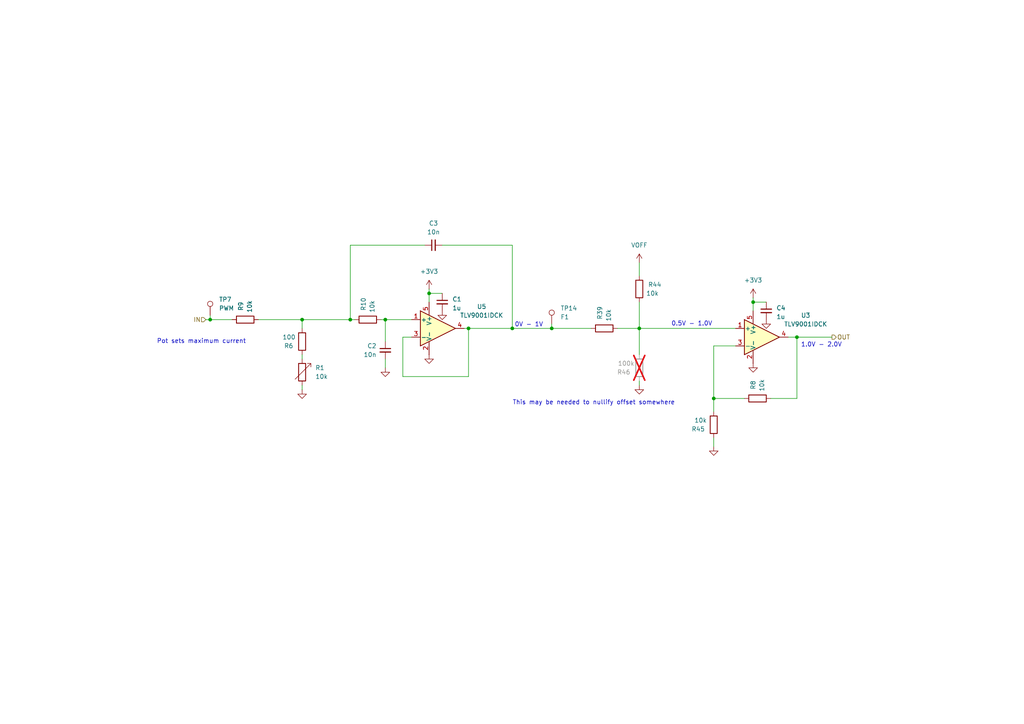
<source format=kicad_sch>
(kicad_sch (version 20231120) (generator "eeschema") (generator_version "8.0")
  (paper "A4")
  (lib_symbols
    (symbol "Amplifier_Operational:TLV9001IDCK" (pin_names (offset 0.127))
      (property "Reference" "U" (at 7.62 2.54 0))
      (property "Value" "TLV9001IDCK" (at 11.43 -2.54 0))
      (symbol "TLV9001IDCK_0_1"
        (polyline (pts (xy -2.54 5.08) (xy -2.54 -5.08) (xy 7.62 0) (xy -2.54 5.08)) (stroke (width 0.254)) (fill (type background)))
      )
      (symbol "TLV9001IDCK_1_1"
        (pin input line (at -5.08 2.54 0) (length 2.54) (name "+") (number "1"))
        (pin power_in line (at 0 -7.62 90) (length 3.81) (name "V-") (number "2"))
        (pin input line (at -5.08 -2.54 0) (length 2.54) (name "-") (number "3"))
        (pin output line (at 10.16 0 180) (length 2.54) (name "~") (number "4"))
        (pin power_in line (at 0 7.62 270) (length 3.81) (name "V+") (number "5"))
      )
    )
    (symbol "Connector:TestPoint" (pin_numbers hide) (pin_names (offset 0.762) hide)
      (property "Reference" "TP" (at 0 6.858 0))
      (property "Value" "TestPoint" (at 0 5.08 0))
      (symbol "TestPoint_0_1"
        (circle (center 0 3.302) (radius 0.762))
      )
      (symbol "TestPoint_1_1"
        (pin passive line (at 0 0 90) (length 2.54) (name "1") (number "1"))
      )
    )
    (symbol "Device:R_Variable" (pin_numbers hide) (pin_names (offset 0))
      (property "Reference" "R" (at 2.54 -2.54 90))
      (property "Value" "R_Variable" (at -2.54 -1.27 90))
      (symbol "R_Variable_0_1"
        (rectangle (start -1.016 -2.54) (end 1.016 2.54) (stroke (width 0.254)))
        (polyline (pts (xy 2.54 1.524) (xy 2.54 2.54) (xy 1.524 2.54) (xy 2.54 2.54) (xy -2.032 -2.032)))
      )
      (symbol "R_Variable_1_1"
        (pin passive line (at 0 3.81 270) (length 1.27) (name "~") (number "1"))
        (pin passive line (at 0 -3.81 90) (length 1.27) (name "~") (number "2"))
      )
    )
    (symbol "power:+3V3" (power) (pin_numbers hide) (pin_names (offset 0) hide)
      (property "Value" "+3V3" (at 0 3.556 0))
      (symbol "+3V3_0_1"
        (polyline (pts (xy -0.762 1.27) (xy 0 2.54)))
        (polyline (pts (xy 0 0) (xy 0 2.54)))
        (polyline (pts (xy 0 2.54) (xy 0.762 1.27)))
      )
      (symbol "+3V3_1_1"
        (pin power_in line (at 0 0 90) (length 0) (name "~") (number "1"))
      )
    )
    (symbol "power:GND" (power) (pin_numbers hide) (pin_names (offset 0) hide)
      (property "Value" "GND" (at 0 -3.81 0))
      (symbol "GND_0_1"
        (polyline (pts (xy 0 0) (xy 0 -1.27) (xy 1.27 -1.27) (xy 0 -2.54) (xy -1.27 -1.27) (xy 0 -1.27)))
      )
      (symbol "GND_1_1"
        (pin power_in line (at 0 0 270) (length 0) (name "~") (number "1"))
      )
    )
    (symbol "power:VCC" (power) (pin_numbers hide) (pin_names (offset 0) hide)
      (property "Value" "VCC" (at 0 3.556 0))
      (symbol "VCC_0_1"
        (polyline (pts (xy -0.762 1.27) (xy 0 2.54)))
        (polyline (pts (xy 0 0) (xy 0 2.54)))
        (polyline (pts (xy 0 2.54) (xy 0.762 1.27)))
      )
      (symbol "VCC_1_1"
        (pin power_in line (at 0 0 90) (length 0) (name "~") (number "1"))
      )
    )
    (symbol "rflib:C_Small" (pin_numbers hide) (pin_names (offset 0.254) hide)
      (property "Reference" "C" (at 0.254 1.778 0))
      (property "Value" "C_Small" (at 0.254 -2.032 0))
      (symbol "C_Small_0_1"
        (polyline (pts (xy -1.524 -0.508) (xy 1.524 -0.508)) (stroke (width 0.3302)))
        (polyline (pts (xy -1.524 0.508) (xy 1.524 0.508)) (stroke (width 0.3048)))
      )
      (symbol "C_Small_1_1"
        (pin passive line (at 0 2.54 270) (length 2.032) (name "~") (number "1"))
        (pin passive line (at 0 -2.54 90) (length 2.032) (name "~") (number "2"))
      )
    )
    (symbol "rflib:R" (pin_numbers hide) (pin_names (offset 0))
      (property "Reference" "R" (at 2.032 0 90))
      (property "Value" "R" (at 0 0 90))
      (symbol "R_0_1"
        (rectangle (start -1.016 -2.54) (end 1.016 2.54) (stroke (width 0.254)))
      )
      (symbol "R_1_1"
        (pin passive line (at 0 3.81 270) (length 1.27) (name "~") (number "1"))
        (pin passive line (at 0 -3.81 90) (length 1.27) (name "~") (number "2"))
      )
    )
  )
  (junction (at 135.89 95.25))
  (junction (at 124.46 85.09))
  (junction (at 185.42 95.25))
  (junction (at 111.76 92.71))
  (junction (at 160.02 95.25))
  (junction (at 101.6 92.71))
  (junction (at 231.14 97.79))
  (junction (at 87.63 92.71))
  (junction (at 207.01 115.57))
  (junction (at 60.96 92.71))
  (junction (at 218.44 87.63))
  (junction (at 148.59 95.25))
  (wire (pts (xy 60.96 92.71) (xy 67.31 92.71)))
  (wire (pts (xy 60.96 91.44) (xy 60.96 92.71)))
  (wire (pts (xy 179.07 95.25) (xy 185.42 95.25)))
  (wire (pts (xy 116.84 109.22) (xy 135.89 109.22)))
  (wire (pts (xy 231.14 115.57) (xy 231.14 97.79)))
  (wire (pts (xy 87.63 92.71) (xy 87.63 95.25)))
  (wire (pts (xy 59.69 92.71) (xy 60.96 92.71)))
  (wire (pts (xy 101.6 92.71) (xy 102.87 92.71)))
  (wire (pts (xy 185.42 76.2) (xy 185.42 80.01)))
  (wire (pts (xy 111.76 92.71) (xy 111.76 99.06)))
  (wire (pts (xy 123.19 71.12) (xy 101.6 71.12)))
  (wire (pts (xy 218.44 87.63) (xy 218.44 90.17)))
  (wire (pts (xy 74.93 92.71) (xy 87.63 92.71)))
  (wire (pts (xy 87.63 92.71) (xy 101.6 92.71)))
  (wire (pts (xy 135.89 95.25) (xy 134.62 95.25)))
  (wire (pts (xy 124.46 83.82) (xy 124.46 85.09)))
  (wire (pts (xy 207.01 115.57) (xy 215.9 115.57)))
  (wire (pts (xy 101.6 71.12) (xy 101.6 92.71)))
  (wire (pts (xy 185.42 95.25) (xy 213.36 95.25)))
  (wire (pts (xy 87.63 111.76) (xy 87.63 113.03)))
  (wire (pts (xy 160.02 95.25) (xy 171.45 95.25)))
  (wire (pts (xy 231.14 97.79) (xy 241.3 97.79)))
  (wire (pts (xy 119.38 97.79) (xy 116.84 97.79)))
  (wire (pts (xy 207.01 115.57) (xy 207.01 100.33)))
  (wire (pts (xy 110.49 92.71) (xy 111.76 92.71)))
  (wire (pts (xy 128.27 71.12) (xy 148.59 71.12)))
  (wire (pts (xy 87.63 102.87) (xy 87.63 104.14)))
  (wire (pts (xy 218.44 86.36) (xy 218.44 87.63)))
  (wire (pts (xy 116.84 97.79) (xy 116.84 109.22)))
  (wire (pts (xy 148.59 95.25) (xy 160.02 95.25)))
  (wire (pts (xy 148.59 95.25) (xy 135.89 95.25)))
  (wire (pts (xy 207.01 115.57) (xy 207.01 119.38)))
  (wire (pts (xy 111.76 104.14) (xy 111.76 106.68)))
  (wire (pts (xy 111.76 92.71) (xy 119.38 92.71)))
  (wire (pts (xy 207.01 127) (xy 207.01 129.54)))
  (wire (pts (xy 185.42 95.25) (xy 185.42 87.63)))
  (wire (pts (xy 148.59 71.12) (xy 148.59 95.25)))
  (wire (pts (xy 223.52 115.57) (xy 231.14 115.57)))
  (wire (pts (xy 218.44 87.63) (xy 222.25 87.63)))
  (wire (pts (xy 135.89 109.22) (xy 135.89 95.25)))
  (wire (pts (xy 124.46 85.09) (xy 124.46 87.63)))
  (wire (pts (xy 185.42 95.25) (xy 185.42 102.87)))
  (wire (pts (xy 228.6 97.79) (xy 231.14 97.79)))
  (wire (pts (xy 185.42 110.49) (xy 185.42 111.76)))
  (wire (pts (xy 124.46 85.09) (xy 128.27 85.09)))
  (wire (pts (xy 160.02 93.98) (xy 160.02 95.25)))
  (wire (pts (xy 207.01 100.33) (xy 213.36 100.33)))
  (text "This may be needed to nullify offset somewhere" (at 172.212 116.84 0) (effects (font (size 1.27 1.27))))
  (text "0V - 1V" (at 153.416 94.234 0) (effects (font (size 1.27 1.27))))
  (text "0.5V - 1.0V" (at 200.66 93.98 0) (effects (font (size 1.27 1.27))))
  (text "Pot sets maximum current" (at 58.42 99.06 0) (effects (font (size 1.27 1.27))))
  (text "1.0V - 2.0V" (at 238.252 100.076 0) (effects (font (size 1.27 1.27))))
  (hierarchical_label "IN" (shape input) (at 59.69 92.71 180))
  (hierarchical_label "OUT" (shape output) (at 241.3 97.79 0))
  (symbol (lib_id "rflib:C_Small") (at 128.27 87.63 0) (unit 1)
    (property "Reference" "C1" (at 131.191 86.7953 0) (effects (justify left)))
    (property "Value" "1u" (at 131.191 89.3322 0) (effects (justify left)))
    (property "Footprint" "Capacitor_SMD:C_0603_1608Metric" (effects (hide yes)))
    (property "Description" "Unpolarized capacitor, small symbol" (effects (hide yes)))
    (property "LCSC" "C15849" (effects (hide yes)))
  )
  (symbol (lib_id "power:GND") (at 218.44 105.41 0) (unit 1)
    (property "Reference" "#PWR013" (effects (hide yes)))
    (property "Value" "GND" (effects (hide yes)))
    (property "Description" "Power symbol creates a global label with name \"GND\" , ground" (effects (hide yes)))
  )
  (symbol (lib_id "power:GND") (at 207.01 129.54 0) (unit 1)
    (property "Reference" "#PWR020" (effects (hide yes)))
    (property "Value" "GND" (effects (hide yes)))
    (property "Description" "Power symbol creates a global label with name \"GND\" , ground" (effects (hide yes)))
  )
  (symbol (lib_id "power:VCC") (at 185.42 76.2 0) (unit 1)
    (property "Reference" "#PWR015" (effects (hide yes)))
    (property "Value" "VOFF" (at 185.42 71.12 0))
    (property "Description" "Power symbol creates a global label with name \"VCC\"" (effects (hide yes)))
  )
  (symbol (lib_id "Connector:TestPoint") (at 160.02 93.98 0) (unit 1)
    (property "Reference" "TP14" (at 162.56 89.4079 0) (effects (justify left)))
    (property "Value" "F1" (at 162.56 91.9479 0) (effects (justify left)))
    (property "Footprint" "meteopress_footprints:TestPoint_THTPad_D1.5mm_Drill0.7mm" (effects (hide yes)))
    (property "Description" "test point" (effects (hide yes)))
  )
  (symbol (lib_id "rflib:R") (at 185.42 83.82 0) (unit 1)
    (property "Reference" "R44" (at 187.96 82.55 0) (effects (justify left)))
    (property "Value" "10k" (at 189.23 85.09 0))
    (property "Footprint" "Resistor_SMD:R_0603_1608Metric" (effects (hide yes)))
    (property "Description" "Resistor" (effects (hide yes)))
    (property "LCSC" "C25804" (effects (hide yes)))
  )
  (symbol (lib_id "rflib:R") (at 185.42 106.68 180) (unit 1) (dnp yes)
    (property "Reference" "R46" (at 182.88 107.95 0) (effects (justify left)))
    (property "Value" "100k" (at 181.61 105.41 0))
    (property "Footprint" "Resistor_SMD:R_0603_1608Metric" (effects (hide yes)))
    (property "Description" "Resistor" (effects (hide yes)))
  )
  (symbol (lib_id "power:GND") (at 124.46 102.87 0) (unit 1)
    (property "Reference" "#PWR07" (effects (hide yes)))
    (property "Value" "GND" (effects (hide yes)))
    (property "Description" "Power symbol creates a global label with name \"GND\" , ground" (effects (hide yes)))
  )
  (symbol (lib_id "power:GND") (at 185.42 111.76 0) (unit 1)
    (property "Reference" "#PWR093" (effects (hide yes)))
    (property "Value" "GND" (effects (hide yes)))
    (property "Description" "Power symbol creates a global label with name \"GND\" , ground" (effects (hide yes)))
  )
  (symbol (lib_id "rflib:R") (at 106.68 92.71 90) (unit 1)
    (property "Reference" "R10" (at 105.41 90.17 0) (effects (justify left)))
    (property "Value" "10k" (at 107.95 88.9 0))
    (property "Footprint" "Resistor_SMD:R_0603_1608Metric" (effects (hide yes)))
    (property "Description" "Resistor" (effects (hide yes)))
    (property "LCSC" "C25804" (effects (hide yes)))
  )
  (symbol (lib_id "power:GND") (at 111.76 106.68 0) (unit 1)
    (property "Reference" "#PWR010" (effects (hide yes)))
    (property "Value" "GND" (effects (hide yes)))
    (property "Description" "Power symbol creates a global label with name \"GND\" , ground" (effects (hide yes)))
  )
  (symbol (lib_id "Connector:TestPoint") (at 60.96 91.44 0) (unit 1)
    (property "Reference" "TP7" (at 63.5 86.8679 0) (effects (justify left)))
    (property "Value" "PWM" (at 63.5 89.4079 0) (effects (justify left)))
    (property "Footprint" "meteopress_footprints:TestPoint_THTPad_D1.5mm_Drill0.7mm" (effects (hide yes)))
    (property "Description" "test point" (effects (hide yes)))
  )
  (symbol (lib_id "power:+3V3") (at 218.44 86.36 0) (unit 1)
    (property "Reference" "#PWR012" (effects (hide yes)))
    (property "Value" "+3V3" (at 218.44 81.28 0))
    (property "Description" "Power symbol creates a global label with name \"+3V3\"" (effects (hide yes)))
  )
  (symbol (lib_id "Amplifier_Operational:TLV9001IDCK") (at 124.46 95.25 0) (unit 1)
    (property "Reference" "U5" (at 139.7 88.9314 0))
    (property "Value" "TLV9001IDCK" (at 139.7 91.4714 0))
    (property "Footprint" "Package_TO_SOT_SMD:SOT-353_SC-70-5" (effects (hide yes)))
    (property "Datasheet" "https://www.ti.com/lit/ds/symlink/tlv9001.pdf" (effects (hide yes)))
    (property "Description" "Low-power, Rail-to-Rail, 1MHz Operational Amplifier, SOT-353" (effects (hide yes)))
    (property "LCSC" "C398362" (effects (hide yes)))
    (property "JLCPCB_CORRECTION" "0;0;270" (effects (hide yes)))
  )
  (symbol (lib_id "rflib:R") (at 87.63 99.06 180) (unit 1)
    (property "Reference" "R6" (at 85.09 100.33 0) (effects (justify left)))
    (property "Value" "100" (at 83.82 97.79 0))
    (property "Footprint" "Resistor_SMD:R_0603_1608Metric" (effects (hide yes)))
    (property "Description" "Resistor" (effects (hide yes)))
    (property "LCSC" "C25804" (effects (hide yes)))
  )
  (symbol (lib_id "rflib:R") (at 175.26 95.25 90) (unit 1)
    (property "Reference" "R39" (at 173.99 92.71 0) (effects (justify left)))
    (property "Value" "10k" (at 176.53 91.44 0))
    (property "Footprint" "Resistor_SMD:R_0603_1608Metric" (effects (hide yes)))
    (property "Description" "Resistor" (effects (hide yes)))
    (property "LCSC" "C25804" (effects (hide yes)))
  )
  (symbol (lib_id "rflib:R") (at 219.71 115.57 90) (unit 1)
    (property "Reference" "R8" (at 218.44 113.03 0) (effects (justify left)))
    (property "Value" "10k" (at 220.98 111.76 0))
    (property "Footprint" "Resistor_SMD:R_0603_1608Metric" (effects (hide yes)))
    (property "Description" "Resistor" (effects (hide yes)))
    (property "LCSC" "C25804" (effects (hide yes)))
  )
  (symbol (lib_id "power:GND") (at 222.25 92.71 0) (unit 1)
    (property "Reference" "#PWR014" (effects (hide yes)))
    (property "Value" "GND" (effects (hide yes)))
    (property "Description" "Power symbol creates a global label with name \"GND\" , ground" (effects (hide yes)))
  )
  (symbol (lib_id "rflib:C_Small") (at 222.25 90.17 0) (unit 1)
    (property "Reference" "C4" (at 225.171 89.3353 0) (effects (justify left)))
    (property "Value" "1u" (at 225.171 91.8722 0) (effects (justify left)))
    (property "Footprint" "Capacitor_SMD:C_0603_1608Metric" (effects (hide yes)))
    (property "Description" "Unpolarized capacitor, small symbol" (effects (hide yes)))
    (property "LCSC" "C15849" (effects (hide yes)))
  )
  (symbol (lib_id "power:GND") (at 128.27 90.17 0) (unit 1)
    (property "Reference" "#PWR09" (effects (hide yes)))
    (property "Value" "GND" (effects (hide yes)))
    (property "Description" "Power symbol creates a global label with name \"GND\" , ground" (effects (hide yes)))
  )
  (symbol (lib_id "rflib:R") (at 207.01 123.19 180) (unit 1)
    (property "Reference" "R45" (at 204.47 124.46 0) (effects (justify left)))
    (property "Value" "10k" (at 203.2 121.92 0))
    (property "Footprint" "Resistor_SMD:R_0603_1608Metric" (effects (hide yes)))
    (property "Description" "Resistor" (effects (hide yes)))
    (property "LCSC" "C25804" (effects (hide yes)))
  )
  (symbol (lib_id "Amplifier_Operational:TLV9001IDCK") (at 218.44 97.79 0) (unit 1)
    (property "Reference" "U3" (at 233.68 91.4714 0))
    (property "Value" "TLV9001IDCK" (at 233.68 94.0114 0))
    (property "Footprint" "Package_TO_SOT_SMD:SOT-353_SC-70-5" (effects (hide yes)))
    (property "Datasheet" "https://www.ti.com/lit/ds/symlink/tlv9001.pdf" (effects (hide yes)))
    (property "Description" "Low-power, Rail-to-Rail, 1MHz Operational Amplifier, SOT-353" (effects (hide yes)))
    (property "LCSC" "C398362" (effects (hide yes)))
    (property "JLCPCB_CORRECTION" "0;0;270" (effects (hide yes)))
  )
  (symbol (lib_id "rflib:C_Small") (at 125.73 71.12 90) (unit 1)
    (property "Reference" "C3" (at 125.7363 64.77 90))
    (property "Value" "10n" (at 125.7363 67.31 90))
    (property "Footprint" "Capacitor_SMD:C_0603_1608Metric" (effects (hide yes)))
    (property "Description" "Unpolarized capacitor, small symbol" (effects (hide yes)))
    (property "LCSC" "C57112" (effects (hide yes)))
  )
  (symbol (lib_id "rflib:R") (at 71.12 92.71 90) (unit 1)
    (property "Reference" "R9" (at 69.85 90.17 0) (effects (justify left)))
    (property "Value" "10k" (at 72.39 88.9 0))
    (property "Footprint" "Resistor_SMD:R_0603_1608Metric" (effects (hide yes)))
    (property "Description" "Resistor" (effects (hide yes)))
    (property "LCSC" "C25804" (effects (hide yes)))
  )
  (symbol (lib_id "Device:R_Variable") (at 87.63 107.95 0) (unit 1)
    (property "Reference" "R1" (at 91.44 106.6799 0) (effects (justify left)))
    (property "Value" "10k" (at 91.44 109.2199 0) (effects (justify left)))
    (property "Footprint" "Potentiometer_THT:Potentiometer_Bourns_3296W_Vertical" (effects (hide yes)))
    (property "Description" "Variable resistor" (effects (hide yes)))
  )
  (symbol (lib_id "power:GND") (at 87.63 113.03 0) (unit 1)
    (property "Reference" "#PWR06" (effects (hide yes)))
    (property "Value" "GND" (effects (hide yes)))
    (property "Description" "Power symbol creates a global label with name \"GND\" , ground" (effects (hide yes)))
  )
  (symbol (lib_id "power:+3V3") (at 124.46 83.82 0) (unit 1)
    (property "Reference" "#PWR08" (effects (hide yes)))
    (property "Value" "+3V3" (at 124.46 78.74 0))
    (property "Description" "Power symbol creates a global label with name \"+3V3\"" (effects (hide yes)))
  )
  (symbol (lib_id "rflib:C_Small") (at 111.76 101.6 0) (unit 1)
    (property "Reference" "C2" (at 109.22 100.3362 0) (effects (justify right)))
    (property "Value" "10n" (at 109.22 102.8762 0) (effects (justify right)))
    (property "Footprint" "Capacitor_SMD:C_0603_1608Metric" (effects (hide yes)))
    (property "Description" "Unpolarized capacitor, small symbol" (effects (hide yes)))
    (property "LCSC" "C57112" (effects (hide yes)))
  )
)
</source>
